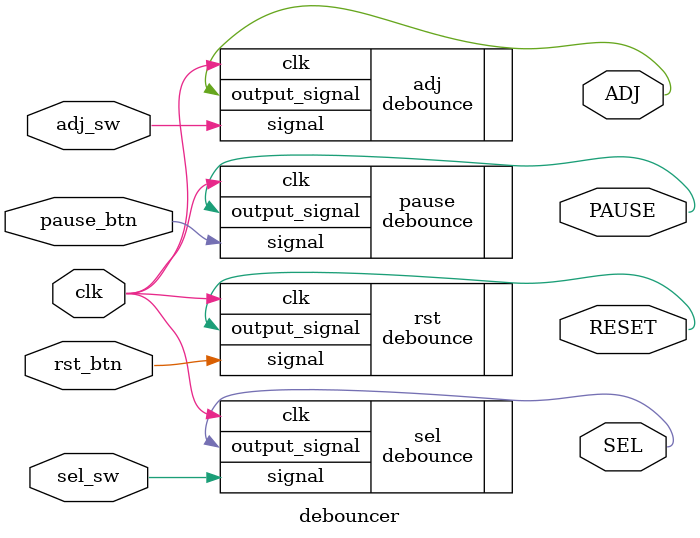
<source format=v>
`timescale 1ns / 1ps
module debouncer(clk, pause_btn, rst_btn, adj_sw, sel_sw, PAUSE, RESET, ADJ, SEL
    );
	
	input clk, pause_btn, rst_btn, adj_sw, sel_sw;
	
	output PAUSE, RESET, ADJ, SEL;

	debounce pause(
		.clk(clk), .signal(pause_btn), .output_signal(PAUSE)
	);
	
	debounce rst(
		.clk(clk), .signal(rst_btn), .output_signal(RESET)
	);
	
	debounce adj(
		.clk(clk), .signal(adj_sw), .output_signal(ADJ)
	);
	
	debounce sel(
		.clk(clk), .signal(sel_sw), .output_signal(SEL)
	);

endmodule

</source>
